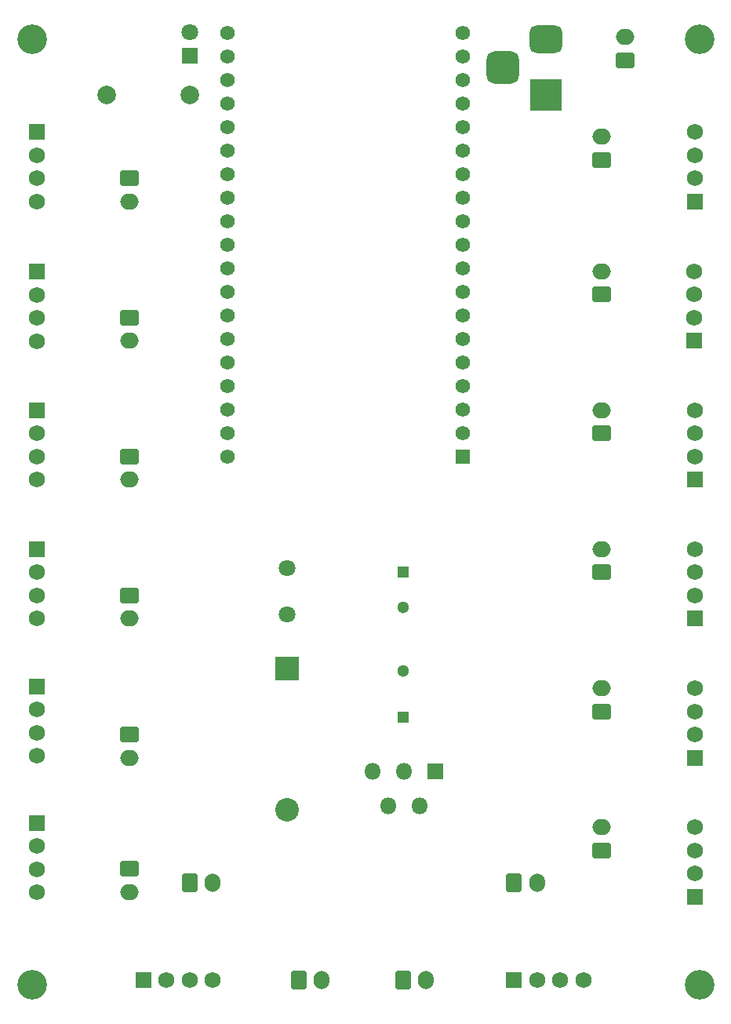
<source format=gts>
G04 #@! TF.GenerationSoftware,KiCad,Pcbnew,(6.0.7)*
G04 #@! TF.CreationDate,2023-05-03T18:48:37+01:00*
G04 #@! TF.ProjectId,beehive,62656568-6976-4652-9e6b-696361645f70,rev?*
G04 #@! TF.SameCoordinates,Original*
G04 #@! TF.FileFunction,Soldermask,Top*
G04 #@! TF.FilePolarity,Negative*
%FSLAX46Y46*%
G04 Gerber Fmt 4.6, Leading zero omitted, Abs format (unit mm)*
G04 Created by KiCad (PCBNEW (6.0.7)) date 2023-05-03 18:48:37*
%MOMM*%
%LPD*%
G01*
G04 APERTURE LIST*
G04 Aperture macros list*
%AMRoundRect*
0 Rectangle with rounded corners*
0 $1 Rounding radius*
0 $2 $3 $4 $5 $6 $7 $8 $9 X,Y pos of 4 corners*
0 Add a 4 corners polygon primitive as box body*
4,1,4,$2,$3,$4,$5,$6,$7,$8,$9,$2,$3,0*
0 Add four circle primitives for the rounded corners*
1,1,$1+$1,$2,$3*
1,1,$1+$1,$4,$5*
1,1,$1+$1,$6,$7*
1,1,$1+$1,$8,$9*
0 Add four rect primitives between the rounded corners*
20,1,$1+$1,$2,$3,$4,$5,0*
20,1,$1+$1,$4,$5,$6,$7,0*
20,1,$1+$1,$6,$7,$8,$9,0*
20,1,$1+$1,$8,$9,$2,$3,0*%
G04 Aperture macros list end*
%ADD10C,3.200000*%
%ADD11R,1.750000X1.750000*%
%ADD12C,1.750000*%
%ADD13R,3.500000X3.500000*%
%ADD14RoundRect,0.750000X-1.000000X0.750000X-1.000000X-0.750000X1.000000X-0.750000X1.000000X0.750000X0*%
%ADD15RoundRect,0.875000X-0.875000X0.875000X-0.875000X-0.875000X0.875000X-0.875000X0.875000X0.875000X0*%
%ADD16C,1.800000*%
%ADD17R,1.300000X1.300000*%
%ADD18C,1.300000*%
%ADD19R,2.540000X2.540000*%
%ADD20C,2.540000*%
%ADD21RoundRect,0.250000X-0.600000X-0.750000X0.600000X-0.750000X0.600000X0.750000X-0.600000X0.750000X0*%
%ADD22O,1.700000X2.000000*%
%ADD23R,1.800000X1.800000*%
%ADD24O,1.800000X1.800000*%
%ADD25R,1.560000X1.560000*%
%ADD26C,1.560000*%
%ADD27C,2.000000*%
%ADD28RoundRect,0.250000X0.750000X-0.600000X0.750000X0.600000X-0.750000X0.600000X-0.750000X-0.600000X0*%
%ADD29O,2.000000X1.700000*%
%ADD30RoundRect,0.250000X-0.750000X0.600000X-0.750000X-0.600000X0.750000X-0.600000X0.750000X0.600000X0*%
G04 APERTURE END LIST*
D10*
X51000000Y-34500000D03*
D11*
X51500000Y-44500000D03*
D12*
X51500000Y-47000000D03*
X51500000Y-49500000D03*
X51500000Y-52000000D03*
D11*
X51500000Y-59550000D03*
D12*
X51500000Y-62050000D03*
X51500000Y-64550000D03*
X51500000Y-67050000D03*
D11*
X51500000Y-74500000D03*
D12*
X51500000Y-77000000D03*
X51500000Y-79500000D03*
X51500000Y-82000000D03*
D11*
X51500000Y-89500000D03*
D12*
X51500000Y-92000000D03*
X51500000Y-94500000D03*
X51500000Y-97000000D03*
D11*
X51500000Y-104300000D03*
D12*
X51500000Y-106800000D03*
X51500000Y-109300000D03*
X51500000Y-111800000D03*
D11*
X63000000Y-136000000D03*
D12*
X65500000Y-136000000D03*
X68000000Y-136000000D03*
X70500000Y-136000000D03*
D11*
X122500000Y-82000000D03*
D12*
X122500000Y-79500000D03*
X122500000Y-77000000D03*
X122500000Y-74500000D03*
D11*
X122500000Y-97000000D03*
D12*
X122500000Y-94500000D03*
X122500000Y-92000000D03*
X122500000Y-89500000D03*
D11*
X122500000Y-127000000D03*
D12*
X122500000Y-124500000D03*
X122500000Y-122000000D03*
X122500000Y-119500000D03*
D11*
X103000000Y-136000000D03*
D12*
X105500000Y-136000000D03*
X108000000Y-136000000D03*
X110500000Y-136000000D03*
D11*
X122500000Y-112000000D03*
D12*
X122500000Y-109500000D03*
X122500000Y-107000000D03*
X122500000Y-104500000D03*
D11*
X122500000Y-52000000D03*
D12*
X122500000Y-49500000D03*
X122500000Y-47000000D03*
X122500000Y-44500000D03*
D11*
X122475000Y-67000000D03*
D12*
X122475000Y-64500000D03*
X122475000Y-62000000D03*
X122475000Y-59500000D03*
D11*
X51525000Y-119050000D03*
D12*
X51525000Y-121550000D03*
X51525000Y-124050000D03*
X51525000Y-126550000D03*
D13*
X106457500Y-40500000D03*
D14*
X106457500Y-34500000D03*
D15*
X101757500Y-37500000D03*
D16*
X78500000Y-96500000D03*
X78500000Y-91500000D03*
D17*
X91000000Y-107621220D03*
D18*
X91000000Y-102621220D03*
D17*
X91000000Y-92000000D03*
D18*
X91000000Y-95800000D03*
D19*
X78500000Y-102380000D03*
D20*
X78500000Y-117620000D03*
D21*
X91000000Y-136000000D03*
D22*
X93500000Y-136000000D03*
D21*
X79750000Y-136000000D03*
D22*
X82250000Y-136000000D03*
D23*
X94500000Y-113471220D03*
D24*
X92800000Y-117171220D03*
X91100000Y-113471220D03*
X89400000Y-117171220D03*
X87700000Y-113471220D03*
D25*
X97500000Y-79500000D03*
D26*
X97500000Y-76960000D03*
X97500000Y-74420000D03*
X97500000Y-71880000D03*
X97500000Y-69340000D03*
X97500000Y-66800000D03*
X97500000Y-64260000D03*
X97500000Y-61720000D03*
X97500000Y-59180000D03*
X97500000Y-56640000D03*
X97500000Y-54100000D03*
X97500000Y-51560000D03*
X97500000Y-49020000D03*
X97500000Y-46480000D03*
X97500000Y-43940000D03*
X97500000Y-41400000D03*
X97500000Y-38860000D03*
X97500000Y-36320000D03*
X97500000Y-33780000D03*
X72100000Y-79500000D03*
X72100000Y-76960000D03*
X72100000Y-74420000D03*
X72100000Y-71880000D03*
X72100000Y-69340000D03*
X72100000Y-66800000D03*
X72100000Y-64260000D03*
X72100000Y-61720000D03*
X72100000Y-59180000D03*
X72100000Y-56640000D03*
X72100000Y-54100000D03*
X72100000Y-51560000D03*
X72100000Y-49020000D03*
X72100000Y-46480000D03*
X72100000Y-43940000D03*
X72100000Y-41400000D03*
X72100000Y-38860000D03*
X72100000Y-36320000D03*
X72100000Y-33780000D03*
D23*
X68000000Y-36275000D03*
D16*
X68000000Y-33735000D03*
D27*
X68000000Y-40500000D03*
X59000000Y-40500000D03*
D28*
X112475000Y-92000000D03*
D29*
X112475000Y-89500000D03*
D30*
X61500000Y-64500000D03*
D29*
X61500000Y-67000000D03*
D30*
X61500000Y-94500000D03*
D29*
X61500000Y-97000000D03*
D28*
X112500000Y-77000000D03*
D29*
X112500000Y-74500000D03*
D21*
X103000000Y-125500000D03*
D22*
X105500000Y-125500000D03*
D28*
X112500000Y-122000000D03*
D29*
X112500000Y-119500000D03*
D10*
X51000000Y-136500000D03*
X123000000Y-136500000D03*
D28*
X112475000Y-62000000D03*
D29*
X112475000Y-59500000D03*
D30*
X61500000Y-49500000D03*
D29*
X61500000Y-52000000D03*
D28*
X112500000Y-47500000D03*
D29*
X112500000Y-45000000D03*
D10*
X123000000Y-34500000D03*
D28*
X114975000Y-36750000D03*
D29*
X114975000Y-34250000D03*
D30*
X61500000Y-79500000D03*
D29*
X61500000Y-82000000D03*
D21*
X68000000Y-125500000D03*
D22*
X70500000Y-125500000D03*
D28*
X112500000Y-107000000D03*
D29*
X112500000Y-104500000D03*
D30*
X61500000Y-124000000D03*
D29*
X61500000Y-126500000D03*
D30*
X61500000Y-109500000D03*
D29*
X61500000Y-112000000D03*
M02*

</source>
